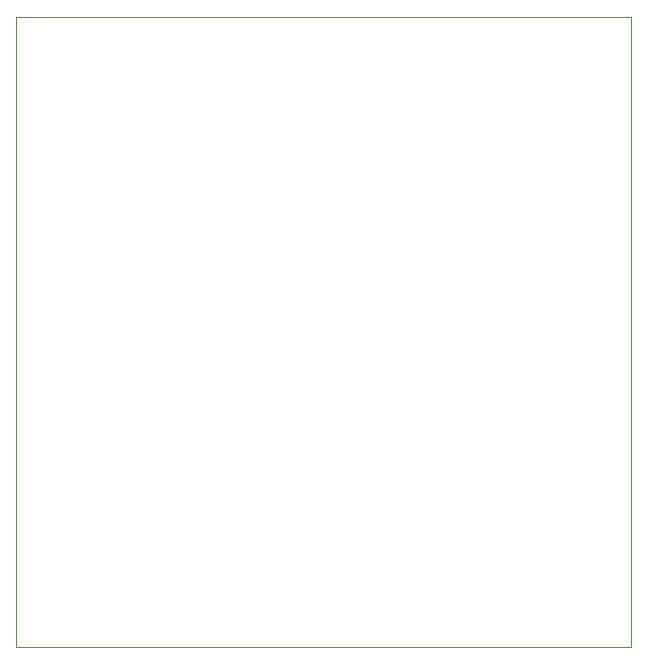
<source format=gbr>
%TF.GenerationSoftware,KiCad,Pcbnew,7.0.8*%
%TF.CreationDate,2023-12-16T16:40:22-03:00*%
%TF.ProjectId,cmoy,636d6f79-2e6b-4696-9361-645f70636258,rev?*%
%TF.SameCoordinates,Original*%
%TF.FileFunction,Profile,NP*%
%FSLAX46Y46*%
G04 Gerber Fmt 4.6, Leading zero omitted, Abs format (unit mm)*
G04 Created by KiCad (PCBNEW 7.0.8) date 2023-12-16 16:40:22*
%MOMM*%
%LPD*%
G01*
G04 APERTURE LIST*
%TA.AperFunction,Profile*%
%ADD10C,0.100000*%
%TD*%
G04 APERTURE END LIST*
D10*
X162560000Y-41910000D02*
X214630000Y-41910000D01*
X214630000Y-95250000D01*
X162560000Y-95250000D01*
X162560000Y-41910000D01*
M02*

</source>
